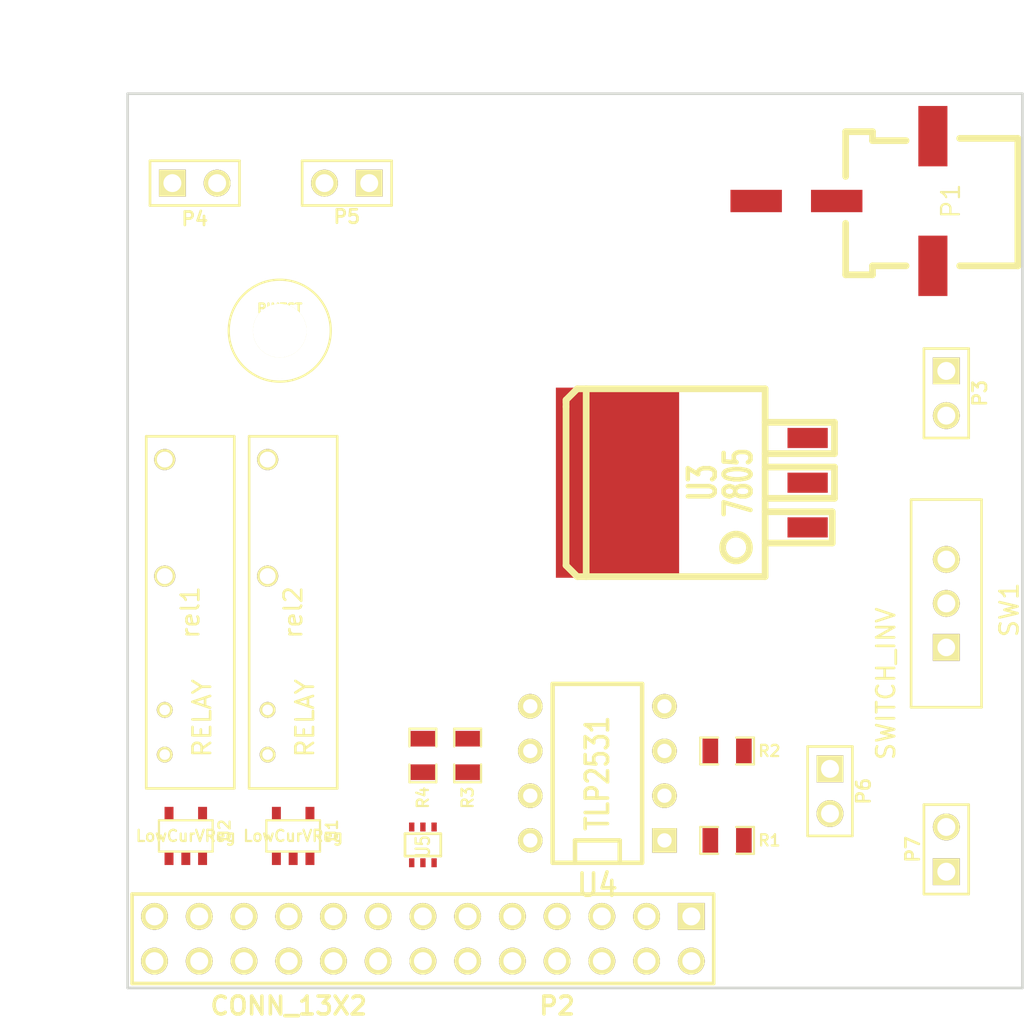
<source format=kicad_pcb>
(kicad_pcb (version 3) (host pcbnew "(2012-nov-02)-testing")

  (general
    (links 49)
    (no_connects 49)
    (area 94.752524 45.677001 152.590501 103.4796)
    (thickness 1.6)
    (drawings 6)
    (tracks 0)
    (zones 0)
    (modules 20)
    (nets 21)
  )

  (page USLetter)
  (title_block 
    (title "RPi GPIO")
    (rev 01)
    (company "I Heart Engineering")
    (comment 1 "Designed by Carlos Chinchilla")
  )

  (layers
    (15 F.Cu signal)
    (0 B.Cu signal)
    (16 B.Adhes user)
    (17 F.Adhes user)
    (18 B.Paste user)
    (19 F.Paste user)
    (20 B.SilkS user)
    (21 F.SilkS user)
    (22 B.Mask user)
    (23 F.Mask user)
    (24 Dwgs.User user)
    (25 Cmts.User user)
    (26 Eco1.User user)
    (27 Eco2.User user)
    (28 Edge.Cuts user)
  )

  (setup
    (last_trace_width 0.254)
    (trace_clearance 0.254)
    (zone_clearance 0.508)
    (zone_45_only no)
    (trace_min 0.254)
    (segment_width 0.2)
    (edge_width 0.15)
    (via_size 0.889)
    (via_drill 0.635)
    (via_min_size 0.889)
    (via_min_drill 0.508)
    (uvia_size 0.508)
    (uvia_drill 0.127)
    (uvias_allowed no)
    (uvia_min_size 0.508)
    (uvia_min_drill 0.127)
    (pcb_text_width 0.3)
    (pcb_text_size 1 1)
    (mod_edge_width 0.15)
    (mod_text_size 1 1)
    (mod_text_width 0.15)
    (pad_size 3.048 3.048)
    (pad_drill 3.048)
    (pad_to_mask_clearance 0)
    (aux_axis_origin 0 0)
    (visible_elements FFFFFFBF)
    (pcbplotparams
      (layerselection 3178497)
      (usegerberextensions true)
      (excludeedgelayer true)
      (linewidth 152400)
      (plotframeref false)
      (viasonmask false)
      (mode 1)
      (useauxorigin false)
      (hpglpennumber 1)
      (hpglpenspeed 20)
      (hpglpendiameter 15)
      (hpglpenoverlay 2)
      (psnegative false)
      (psa4output false)
      (plotreference true)
      (plotvalue true)
      (plotothertext true)
      (plotinvisibletext false)
      (padsonsilk false)
      (subtractmaskfromsilk false)
      (outputformat 1)
      (mirror false)
      (drillshape 1)
      (scaleselection 1)
      (outputdirectory ""))
  )

  (net 0 "")
  (net 1 /12V)
  (net 2 /3V3)
  (net 3 /5V-RPI)
  (net 4 /5V-Relay1)
  (net 5 /GPIO_18)
  (net 6 /GPIO_23)
  (net 7 /GPIO_24)
  (net 8 /GPIO_25)
  (net 9 /IN_18)
  (net 10 /IN_25)
  (net 11 /V_IN)
  (net 12 GND)
  (net 13 N-0000015)
  (net 14 N-0000016)
  (net 15 N-000003)
  (net 16 N-000004)
  (net 17 N-000005)
  (net 18 N-000006)
  (net 19 N-000007)
  (net 20 N-000008)

  (net_class Default "This is the default net class."
    (clearance 0.254)
    (trace_width 0.254)
    (via_dia 0.889)
    (via_drill 0.635)
    (uvia_dia 0.508)
    (uvia_drill 0.127)
    (add_net "")
    (add_net /12V)
    (add_net /3V3)
    (add_net /5V-RPI)
    (add_net /5V-Relay1)
    (add_net /GPIO_18)
    (add_net /GPIO_23)
    (add_net /GPIO_24)
    (add_net /GPIO_25)
    (add_net /IN_18)
    (add_net /IN_25)
    (add_net /V_IN)
    (add_net GND)
    (add_net N-0000015)
    (add_net N-0000016)
    (add_net N-000003)
    (add_net N-000004)
    (add_net N-000005)
    (add_net N-000006)
    (add_net N-000007)
    (add_net N-000008)
  )

  (module PINTST (layer F.Cu) (tedit 510999F6) (tstamp 510DE908)
    (at 110.236 64.262)
    (descr "module 1 pin (ou trou mecanique de percage)")
    (tags DEV)
    (fp_text reference PINTST (at 0 -1.26746) (layer F.SilkS)
      (effects (font (size 0.508 0.508) (thickness 0.127)))
    )
    (fp_text value Val* (at 0 1.27) (layer F.SilkS) hide
      (effects (font (size 0.508 0.508) (thickness 0.127)))
    )
    (fp_circle (center 0 0) (end -2.794 -0.762) (layer F.SilkS) (width 0.127))
    (pad "" np_thru_hole circle (at 0 0) (size 3.048 3.048) (drill 3.048)
      (layers *.Cu *.Mask F.SilkS)
    )
    (model pin_array/pin_array_1x1.wrl
      (at (xyz 0 0 0))
      (scale (xyz 1 1 1))
      (rotate (xyz 0 0 0))
    )
  )

  (module TO263 (layer F.Cu) (tedit 4FBE28C7) (tstamp 510A68FC)
    (at 140.208 72.898 90)
    (path /51096800)
    (attr smd)
    (fp_text reference U3 (at 0 -5.969 90) (layer F.SilkS)
      (effects (font (size 1.524 1.016) (thickness 0.254)))
    )
    (fp_text value 7805 (at 0 -3.937 90) (layer F.SilkS)
      (effects (font (size 1.524 1.016) (thickness 0.254)))
    )
    (fp_line (start 1.651 -2.413) (end 1.651 1.524) (layer F.SilkS) (width 0.381))
    (fp_line (start 1.651 1.524) (end 3.429 1.524) (layer F.SilkS) (width 0.381))
    (fp_line (start 3.429 1.524) (end 3.429 -2.413) (layer F.SilkS) (width 0.381))
    (fp_line (start -0.889 -2.413) (end -0.889 1.524) (layer F.SilkS) (width 0.381))
    (fp_line (start -0.889 1.524) (end 0.889 1.524) (layer F.SilkS) (width 0.381))
    (fp_line (start 0.889 1.524) (end 0.889 -2.413) (layer F.SilkS) (width 0.381))
    (fp_line (start -3.429 -2.413) (end -3.429 1.397) (layer F.SilkS) (width 0.381))
    (fp_line (start -3.429 1.397) (end -1.778 1.397) (layer F.SilkS) (width 0.381))
    (fp_line (start -1.778 1.397) (end -1.651 1.397) (layer F.SilkS) (width 0.381))
    (fp_line (start -1.651 1.397) (end -1.651 -2.413) (layer F.SilkS) (width 0.381))
    (fp_circle (center -3.683 -4.064) (end -3.683 -3.302) (layer F.SilkS) (width 0.381))
    (fp_line (start -5.334 -2.413) (end -5.334 -13.081) (layer F.SilkS) (width 0.381))
    (fp_line (start -5.334 -13.081) (end -4.699 -13.716) (layer F.SilkS) (width 0.381))
    (fp_line (start -4.699 -13.716) (end 4.318 -13.716) (layer F.SilkS) (width 0.381))
    (fp_line (start 4.318 -13.716) (end 4.572 -13.716) (layer F.SilkS) (width 0.381))
    (fp_line (start 4.572 -13.716) (end 4.699 -13.716) (layer F.SilkS) (width 0.381))
    (fp_line (start 4.699 -13.716) (end 5.334 -13.081) (layer F.SilkS) (width 0.381))
    (fp_line (start 5.334 -13.081) (end 5.334 -2.413) (layer F.SilkS) (width 0.381))
    (fp_line (start -5.334 -2.413) (end 5.334 -2.413) (layer F.SilkS) (width 0.381))
    (fp_line (start 5.334 -12.573) (end -5.334 -12.573) (layer F.SilkS) (width 0.381))
    (pad 1 smd rect (at -2.54 0 90) (size 1.143 2.286)
      (layers F.Cu F.Paste F.Mask)
      (net 1 /12V)
    )
    (pad 2 smd rect (at 0 -10.795 90) (size 10.80008 6.9977)
      (layers F.Cu F.Paste F.Mask)
      (net 12 GND)
    )
    (pad 3 smd rect (at 2.54 0 90) (size 1.143 2.286)
      (layers F.Cu F.Paste F.Mask)
      (net 3 /5V-RPI)
    )
    (pad 2 smd rect (at 0 0 90) (size 1.143 2.286)
      (layers F.Cu F.Paste F.Mask)
      (net 12 GND)
    )
  )

  (module SW_Slide_6x2mm (layer F.Cu) (tedit 4FD66BDF) (tstamp 510A6907)
    (at 148.082 79.756 90)
    (descr "Connecteur 3 pins")
    (tags "CONN DEV")
    (path /50F71423)
    (fp_text reference SW1 (at -0.36322 3.57378 90) (layer F.SilkS)
      (effects (font (size 1.016 1.016) (thickness 0.1524)))
    )
    (fp_text value SWITCH_INV (at -4.56438 -3.42646 90) (layer F.SilkS)
      (effects (font (size 1.016 1.016) (thickness 0.1524)))
    )
    (fp_line (start -5.89788 1.99898) (end -5.89788 -1.99898) (layer F.SilkS) (width 0.1524))
    (fp_line (start -5.89788 -1.99898) (end 5.89788 -1.99898) (layer F.SilkS) (width 0.1524))
    (fp_line (start 5.89788 -1.99898) (end 5.89788 1.99898) (layer F.SilkS) (width 0.1524))
    (fp_line (start 5.89788 1.99898) (end -5.89788 1.99898) (layer F.SilkS) (width 0.1524))
    (pad 1 thru_hole rect (at -2.49936 0 90) (size 1.524 1.524) (drill 0.99822)
      (layers *.Cu *.Mask F.SilkS)
      (net 12 GND)
    )
    (pad 2 thru_hole circle (at 0 0 90) (size 1.524 1.524) (drill 1.016)
      (layers *.Cu *.Mask F.SilkS)
      (net 1 /12V)
    )
    (pad 3 thru_hole circle (at 2.49936 0 90) (size 1.524 1.524) (drill 0.99822)
      (layers *.Cu *.Mask F.SilkS)
      (net 11 /V_IN)
    )
    (model pin_array/pins_array_3x1.wrl
      (at (xyz 0 0 0))
      (scale (xyz 1 1 1))
      (rotate (xyz 0 0 0))
    )
  )

  (module SOT363 (layer F.Cu) (tedit 510997E1) (tstamp 510A6915)
    (at 118.364 93.472 270)
    (descr SOT363)
    (path /51097D4E)
    (attr smd)
    (fp_text reference U5 (at 0.09906 0 270) (layer F.SilkS)
      (effects (font (size 0.762 0.635) (thickness 0.127)))
    )
    (fp_text value INVERTER-2CH (at 0.09906 0 360) (layer F.SilkS) hide
      (effects (font (size 0.762 0.635) (thickness 0.127)))
    )
    (fp_line (start 0.635 1.016) (end 0.635 -1.016) (layer F.SilkS) (width 0.1524))
    (fp_line (start 0.635 -1.016) (end -0.635 -1.016) (layer F.SilkS) (width 0.1524))
    (fp_line (start -0.635 -1.016) (end -0.635 1.016) (layer F.SilkS) (width 0.1524))
    (fp_line (start -0.635 1.016) (end 0.635 1.016) (layer F.SilkS) (width 0.1524))
    (pad 1 smd rect (at -1.016 -0.635 270) (size 0.508 0.3048)
      (layers F.Cu F.Paste F.Mask)
      (net 14 N-0000016)
    )
    (pad 3 smd rect (at -1.016 0.635 270) (size 0.508 0.3048)
      (layers F.Cu F.Paste F.Mask)
      (net 13 N-0000015)
    )
    (pad 5 smd rect (at 1.016 0 270) (size 0.508 0.3048)
      (layers F.Cu F.Paste F.Mask)
      (net 2 /3V3)
    )
    (pad 2 smd rect (at -1.016 0 270) (size 0.508 0.3048)
      (layers F.Cu F.Paste F.Mask)
      (net 12 GND)
    )
    (pad 4 smd rect (at 1.016 0.635 270) (size 0.508 0.3048)
      (layers F.Cu F.Paste F.Mask)
      (net 8 /GPIO_25)
    )
    (pad 6 smd rect (at 1.016 -0.635 270) (size 0.508 0.3048)
      (layers F.Cu F.Paste F.Mask)
      (net 5 /GPIO_18)
    )
    (model smd/SOT23_5.wrl
      (at (xyz 0 0 0))
      (scale (xyz 0.07000000000000001 0.09 0.08))
      (rotate (xyz 0 0 90))
    )
  )

  (module SOT23-5 (layer F.Cu) (tedit 4ECF78EF) (tstamp 510A6922)
    (at 104.902 92.964)
    (path /51096935)
    (attr smd)
    (fp_text reference U2 (at 2.19964 -0.29972 90) (layer F.SilkS)
      (effects (font (size 0.635 0.635) (thickness 0.127)))
    )
    (fp_text value LowCurVReg (at 0 0) (layer F.SilkS)
      (effects (font (size 0.635 0.635) (thickness 0.127)))
    )
    (fp_line (start 1.524 -0.889) (end 1.524 0.889) (layer F.SilkS) (width 0.127))
    (fp_line (start 1.524 0.889) (end -1.524 0.889) (layer F.SilkS) (width 0.127))
    (fp_line (start -1.524 0.889) (end -1.524 -0.889) (layer F.SilkS) (width 0.127))
    (fp_line (start -1.524 -0.889) (end 1.524 -0.889) (layer F.SilkS) (width 0.127))
    (pad 1 smd rect (at -0.9525 1.27) (size 0.508 0.762)
      (layers F.Cu F.Paste F.Mask)
      (net 1 /12V)
    )
    (pad 3 smd rect (at 0.9525 1.27) (size 0.508 0.762)
      (layers F.Cu F.Paste F.Mask)
      (net 7 /GPIO_24)
    )
    (pad 5 smd rect (at -0.9525 -1.27) (size 0.508 0.762)
      (layers F.Cu F.Paste F.Mask)
      (net 4 /5V-Relay1)
    )
    (pad 2 smd rect (at 0 1.27) (size 0.508 0.762)
      (layers F.Cu F.Paste F.Mask)
      (net 12 GND)
    )
    (pad 4 smd rect (at 0.9525 -1.27) (size 0.508 0.762)
      (layers F.Cu F.Paste F.Mask)
    )
    (model smd/SOT23_5.wrl
      (at (xyz 0 0 0))
      (scale (xyz 0.1 0.1 0.1))
      (rotate (xyz 0 0 0))
    )
  )

  (module SOT23-5 (layer F.Cu) (tedit 4ECF78EF) (tstamp 510A692F)
    (at 110.998 92.964)
    (path /50F73BFD)
    (attr smd)
    (fp_text reference U1 (at 2.19964 -0.29972 90) (layer F.SilkS)
      (effects (font (size 0.635 0.635) (thickness 0.127)))
    )
    (fp_text value LowCurVReg (at 0 0) (layer F.SilkS)
      (effects (font (size 0.635 0.635) (thickness 0.127)))
    )
    (fp_line (start 1.524 -0.889) (end 1.524 0.889) (layer F.SilkS) (width 0.127))
    (fp_line (start 1.524 0.889) (end -1.524 0.889) (layer F.SilkS) (width 0.127))
    (fp_line (start -1.524 0.889) (end -1.524 -0.889) (layer F.SilkS) (width 0.127))
    (fp_line (start -1.524 -0.889) (end 1.524 -0.889) (layer F.SilkS) (width 0.127))
    (pad 1 smd rect (at -0.9525 1.27) (size 0.508 0.762)
      (layers F.Cu F.Paste F.Mask)
      (net 1 /12V)
    )
    (pad 3 smd rect (at 0.9525 1.27) (size 0.508 0.762)
      (layers F.Cu F.Paste F.Mask)
      (net 6 /GPIO_23)
    )
    (pad 5 smd rect (at -0.9525 -1.27) (size 0.508 0.762)
      (layers F.Cu F.Paste F.Mask)
      (net 4 /5V-Relay1)
    )
    (pad 2 smd rect (at 0 1.27) (size 0.508 0.762)
      (layers F.Cu F.Paste F.Mask)
      (net 12 GND)
    )
    (pad 4 smd rect (at 0.9525 -1.27) (size 0.508 0.762)
      (layers F.Cu F.Paste F.Mask)
    )
    (model smd/SOT23_5.wrl
      (at (xyz 0 0 0))
      (scale (xyz 0.1 0.1 0.1))
      (rotate (xyz 0 0 0))
    )
  )

  (module SM0805_NonPol (layer F.Cu) (tedit 4FE1F6C9) (tstamp 510A693B)
    (at 118.364 88.392 90)
    (path /510975F8)
    (attr smd)
    (fp_text reference R4 (at -2.4003 0 90) (layer F.SilkS)
      (effects (font (size 0.635 0.635) (thickness 0.127)))
    )
    (fp_text value R (at 0 0.59944 90) (layer F.SilkS) hide
      (effects (font (size 0.635 0.635) (thickness 0.127)))
    )
    (fp_line (start -0.508 0.762) (end -1.524 0.762) (layer F.SilkS) (width 0.127))
    (fp_line (start -1.524 0.762) (end -1.524 -0.762) (layer F.SilkS) (width 0.127))
    (fp_line (start -1.524 -0.762) (end -0.508 -0.762) (layer F.SilkS) (width 0.127))
    (fp_line (start 0.508 -0.762) (end 1.524 -0.762) (layer F.SilkS) (width 0.127))
    (fp_line (start 1.524 -0.762) (end 1.524 0.762) (layer F.SilkS) (width 0.127))
    (fp_line (start 1.524 0.762) (end 0.508 0.762) (layer F.SilkS) (width 0.127))
    (pad 1 smd rect (at -0.9525 0 90) (size 0.889 1.397)
      (layers F.Cu F.Paste F.Mask)
      (net 13 N-0000015)
    )
    (pad 2 smd rect (at 0.9525 0 90) (size 0.889 1.397)
      (layers F.Cu F.Paste F.Mask)
      (net 2 /3V3)
    )
    (model smd/chip_cms.wrl
      (at (xyz 0 0 0))
      (scale (xyz 0.1 0.1 0.1))
      (rotate (xyz 0 0 0))
    )
  )

  (module SM0805_NonPol (layer F.Cu) (tedit 4FE1F6C9) (tstamp 510A6947)
    (at 120.904 88.392 90)
    (path /51097605)
    (attr smd)
    (fp_text reference R3 (at -2.4003 0 90) (layer F.SilkS)
      (effects (font (size 0.635 0.635) (thickness 0.127)))
    )
    (fp_text value R (at 0 0.59944 90) (layer F.SilkS) hide
      (effects (font (size 0.635 0.635) (thickness 0.127)))
    )
    (fp_line (start -0.508 0.762) (end -1.524 0.762) (layer F.SilkS) (width 0.127))
    (fp_line (start -1.524 0.762) (end -1.524 -0.762) (layer F.SilkS) (width 0.127))
    (fp_line (start -1.524 -0.762) (end -0.508 -0.762) (layer F.SilkS) (width 0.127))
    (fp_line (start 0.508 -0.762) (end 1.524 -0.762) (layer F.SilkS) (width 0.127))
    (fp_line (start 1.524 -0.762) (end 1.524 0.762) (layer F.SilkS) (width 0.127))
    (fp_line (start 1.524 0.762) (end 0.508 0.762) (layer F.SilkS) (width 0.127))
    (pad 1 smd rect (at -0.9525 0 90) (size 0.889 1.397)
      (layers F.Cu F.Paste F.Mask)
      (net 14 N-0000016)
    )
    (pad 2 smd rect (at 0.9525 0 90) (size 0.889 1.397)
      (layers F.Cu F.Paste F.Mask)
      (net 2 /3V3)
    )
    (model smd/chip_cms.wrl
      (at (xyz 0 0 0))
      (scale (xyz 0.1 0.1 0.1))
      (rotate (xyz 0 0 0))
    )
  )

  (module SM0805_NonPol (layer F.Cu) (tedit 4FE1F6C9) (tstamp 510A6953)
    (at 135.636 93.218 180)
    (path /51097A13)
    (attr smd)
    (fp_text reference R1 (at -2.4003 0 180) (layer F.SilkS)
      (effects (font (size 0.635 0.635) (thickness 0.127)))
    )
    (fp_text value 680 (at 0 0.59944 180) (layer F.SilkS) hide
      (effects (font (size 0.635 0.635) (thickness 0.127)))
    )
    (fp_line (start -0.508 0.762) (end -1.524 0.762) (layer F.SilkS) (width 0.127))
    (fp_line (start -1.524 0.762) (end -1.524 -0.762) (layer F.SilkS) (width 0.127))
    (fp_line (start -1.524 -0.762) (end -0.508 -0.762) (layer F.SilkS) (width 0.127))
    (fp_line (start 0.508 -0.762) (end 1.524 -0.762) (layer F.SilkS) (width 0.127))
    (fp_line (start 1.524 -0.762) (end 1.524 0.762) (layer F.SilkS) (width 0.127))
    (fp_line (start 1.524 0.762) (end 0.508 0.762) (layer F.SilkS) (width 0.127))
    (pad 1 smd rect (at -0.9525 0 180) (size 0.889 1.397)
      (layers F.Cu F.Paste F.Mask)
      (net 9 /IN_18)
    )
    (pad 2 smd rect (at 0.9525 0 180) (size 0.889 1.397)
      (layers F.Cu F.Paste F.Mask)
      (net 17 N-000005)
    )
    (model smd/chip_cms.wrl
      (at (xyz 0 0 0))
      (scale (xyz 0.1 0.1 0.1))
      (rotate (xyz 0 0 0))
    )
  )

  (module SM0805_NonPol (layer F.Cu) (tedit 4FE1F6C9) (tstamp 510A695F)
    (at 135.636 88.138 180)
    (path /51097A9C)
    (attr smd)
    (fp_text reference R2 (at -2.4003 0 180) (layer F.SilkS)
      (effects (font (size 0.635 0.635) (thickness 0.127)))
    )
    (fp_text value 680 (at 0 0.59944 180) (layer F.SilkS) hide
      (effects (font (size 0.635 0.635) (thickness 0.127)))
    )
    (fp_line (start -0.508 0.762) (end -1.524 0.762) (layer F.SilkS) (width 0.127))
    (fp_line (start -1.524 0.762) (end -1.524 -0.762) (layer F.SilkS) (width 0.127))
    (fp_line (start -1.524 -0.762) (end -0.508 -0.762) (layer F.SilkS) (width 0.127))
    (fp_line (start 0.508 -0.762) (end 1.524 -0.762) (layer F.SilkS) (width 0.127))
    (fp_line (start 1.524 -0.762) (end 1.524 0.762) (layer F.SilkS) (width 0.127))
    (fp_line (start 1.524 0.762) (end 0.508 0.762) (layer F.SilkS) (width 0.127))
    (pad 1 smd rect (at -0.9525 0 180) (size 0.889 1.397)
      (layers F.Cu F.Paste F.Mask)
      (net 10 /IN_25)
    )
    (pad 2 smd rect (at 0.9525 0 180) (size 0.889 1.397)
      (layers F.Cu F.Paste F.Mask)
      (net 18 N-000006)
    )
    (model smd/chip_cms.wrl
      (at (xyz 0 0 0))
      (scale (xyz 0.1 0.1 0.1))
      (rotate (xyz 0 0 0))
    )
  )

  (module Relay (layer F.Cu) (tedit 5109907E) (tstamp 510A696B)
    (at 105.156 80.264 90)
    (path /50F73F7C)
    (fp_text reference rel1 (at 0 0 90) (layer F.SilkS)
      (effects (font (size 1 1) (thickness 0.15)))
    )
    (fp_text value RELAY (at -6.01 0.67 90) (layer F.SilkS)
      (effects (font (size 1 1) (thickness 0.15)))
    )
    (fp_line (start -10 -2.5) (end -10 2.5) (layer F.SilkS) (width 0.15))
    (fp_line (start -10 2.5) (end 10 2.5) (layer F.SilkS) (width 0.15))
    (fp_line (start 10 2.5) (end 10 -2.5) (layer F.SilkS) (width 0.15))
    (fp_line (start 10 -2.5) (end -10 -2.5) (layer F.SilkS) (width 0.15))
    (pad 4 thru_hole circle (at 8.68 -1.45 90) (size 1.2 1.2) (drill 0.9)
      (layers *.Cu *.Mask F.SilkS)
      (net 20 N-000008)
    )
    (pad 3 thru_hole circle (at 2.06 -1.45 90) (size 1.2 1.2) (drill 0.9)
      (layers *.Cu *.Mask F.SilkS)
      (net 19 N-000007)
    )
    (pad 1 thru_hole circle (at -8.08 -1.45 90) (size 0.9 0.9) (drill 0.6)
      (layers *.Cu *.Mask F.SilkS)
      (net 4 /5V-Relay1)
    )
    (pad 2 thru_hole circle (at -5.54 -1.45 90) (size 0.9 0.9) (drill 0.6)
      (layers *.Cu *.Mask F.SilkS)
      (net 12 GND)
    )
  )

  (module Relay (layer F.Cu) (tedit 5109907E) (tstamp 510A6977)
    (at 110.998 80.264 90)
    (path /51096945)
    (fp_text reference rel2 (at 0 0 90) (layer F.SilkS)
      (effects (font (size 1 1) (thickness 0.15)))
    )
    (fp_text value RELAY (at -6.01 0.67 90) (layer F.SilkS)
      (effects (font (size 1 1) (thickness 0.15)))
    )
    (fp_line (start -10 -2.5) (end -10 2.5) (layer F.SilkS) (width 0.15))
    (fp_line (start -10 2.5) (end 10 2.5) (layer F.SilkS) (width 0.15))
    (fp_line (start 10 2.5) (end 10 -2.5) (layer F.SilkS) (width 0.15))
    (fp_line (start 10 -2.5) (end -10 -2.5) (layer F.SilkS) (width 0.15))
    (pad 4 thru_hole circle (at 8.68 -1.45 90) (size 1.2 1.2) (drill 0.9)
      (layers *.Cu *.Mask F.SilkS)
      (net 16 N-000004)
    )
    (pad 3 thru_hole circle (at 2.06 -1.45 90) (size 1.2 1.2) (drill 0.9)
      (layers *.Cu *.Mask F.SilkS)
      (net 15 N-000003)
    )
    (pad 1 thru_hole circle (at -8.08 -1.45 90) (size 0.9 0.9) (drill 0.6)
      (layers *.Cu *.Mask F.SilkS)
      (net 4 /5V-Relay1)
    )
    (pad 2 thru_hole circle (at -5.54 -1.45 90) (size 0.9 0.9) (drill 0.6)
      (layers *.Cu *.Mask F.SilkS)
      (net 12 GND)
    )
  )

  (module PIN_ARRAY_2X1 (layer F.Cu) (tedit 51099801) (tstamp 510A6981)
    (at 105.41 55.88)
    (descr "Connecteurs 2 pins")
    (tags "CONN DEV")
    (path /50F73F8B)
    (fp_text reference P4 (at 0 2.032) (layer F.SilkS)
      (effects (font (size 0.762 0.762) (thickness 0.1524)))
    )
    (fp_text value REL1 (at 0 -1.905) (layer F.SilkS) hide
      (effects (font (size 0.762 0.762) (thickness 0.1524)))
    )
    (fp_line (start -2.54 1.27) (end -2.54 -1.27) (layer F.SilkS) (width 0.1524))
    (fp_line (start -2.54 -1.27) (end 2.54 -1.27) (layer F.SilkS) (width 0.1524))
    (fp_line (start 2.54 -1.27) (end 2.54 1.27) (layer F.SilkS) (width 0.1524))
    (fp_line (start 2.54 1.27) (end -2.54 1.27) (layer F.SilkS) (width 0.1524))
    (pad 1 thru_hole rect (at -1.27 0) (size 1.524 1.524) (drill 1.016)
      (layers *.Cu *.Mask F.SilkS)
      (net 19 N-000007)
    )
    (pad 2 thru_hole circle (at 1.27 0) (size 1.524 1.524) (drill 1.016)
      (layers *.Cu *.Mask F.SilkS)
      (net 20 N-000008)
    )
    (model pin_array/pins_array_2x1.wrl
      (at (xyz 0 0 0))
      (scale (xyz 1 1 1))
      (rotate (xyz 0 0 0))
    )
  )

  (module PIN_ARRAY_2X1 (layer F.Cu) (tedit 4565C520) (tstamp 510A698B)
    (at 148.082 93.726 90)
    (descr "Connecteurs 2 pins")
    (tags "CONN DEV")
    (path /50F7406E)
    (fp_text reference P7 (at 0 -1.905 90) (layer F.SilkS)
      (effects (font (size 0.762 0.762) (thickness 0.1524)))
    )
    (fp_text value 5V (at 0 -1.905 90) (layer F.SilkS) hide
      (effects (font (size 0.762 0.762) (thickness 0.1524)))
    )
    (fp_line (start -2.54 1.27) (end -2.54 -1.27) (layer F.SilkS) (width 0.1524))
    (fp_line (start -2.54 -1.27) (end 2.54 -1.27) (layer F.SilkS) (width 0.1524))
    (fp_line (start 2.54 -1.27) (end 2.54 1.27) (layer F.SilkS) (width 0.1524))
    (fp_line (start 2.54 1.27) (end -2.54 1.27) (layer F.SilkS) (width 0.1524))
    (pad 1 thru_hole rect (at -1.27 0 90) (size 1.524 1.524) (drill 1.016)
      (layers *.Cu *.Mask F.SilkS)
      (net 3 /5V-RPI)
    )
    (pad 2 thru_hole circle (at 1.27 0 90) (size 1.524 1.524) (drill 1.016)
      (layers *.Cu *.Mask F.SilkS)
      (net 12 GND)
    )
    (model pin_array/pins_array_2x1.wrl
      (at (xyz 0 0 0))
      (scale (xyz 1 1 1))
      (rotate (xyz 0 0 0))
    )
  )

  (module PIN_ARRAY_2X1 (layer F.Cu) (tedit 4565C520) (tstamp 510A699F)
    (at 114.046 55.88 180)
    (descr "Connecteurs 2 pins")
    (tags "CONN DEV")
    (path /5109694B)
    (fp_text reference P5 (at 0 -1.905 180) (layer F.SilkS)
      (effects (font (size 0.762 0.762) (thickness 0.1524)))
    )
    (fp_text value REL2 (at 0 -1.905 180) (layer F.SilkS) hide
      (effects (font (size 0.762 0.762) (thickness 0.1524)))
    )
    (fp_line (start -2.54 1.27) (end -2.54 -1.27) (layer F.SilkS) (width 0.1524))
    (fp_line (start -2.54 -1.27) (end 2.54 -1.27) (layer F.SilkS) (width 0.1524))
    (fp_line (start 2.54 -1.27) (end 2.54 1.27) (layer F.SilkS) (width 0.1524))
    (fp_line (start 2.54 1.27) (end -2.54 1.27) (layer F.SilkS) (width 0.1524))
    (pad 1 thru_hole rect (at -1.27 0 180) (size 1.524 1.524) (drill 1.016)
      (layers *.Cu *.Mask F.SilkS)
      (net 15 N-000003)
    )
    (pad 2 thru_hole circle (at 1.27 0 180) (size 1.524 1.524) (drill 1.016)
      (layers *.Cu *.Mask F.SilkS)
      (net 16 N-000004)
    )
    (model pin_array/pins_array_2x1.wrl
      (at (xyz 0 0 0))
      (scale (xyz 1 1 1))
      (rotate (xyz 0 0 0))
    )
  )

  (module PIN_ARRAY_2X1 (layer F.Cu) (tedit 4565C520) (tstamp 510A69A9)
    (at 141.478 90.424 270)
    (descr "Connecteurs 2 pins")
    (tags "CONN DEV")
    (path /5109778F)
    (fp_text reference P6 (at 0 -1.905 270) (layer F.SilkS)
      (effects (font (size 0.762 0.762) (thickness 0.1524)))
    )
    (fp_text value INPUT (at 0 -1.905 270) (layer F.SilkS) hide
      (effects (font (size 0.762 0.762) (thickness 0.1524)))
    )
    (fp_line (start -2.54 1.27) (end -2.54 -1.27) (layer F.SilkS) (width 0.1524))
    (fp_line (start -2.54 -1.27) (end 2.54 -1.27) (layer F.SilkS) (width 0.1524))
    (fp_line (start 2.54 -1.27) (end 2.54 1.27) (layer F.SilkS) (width 0.1524))
    (fp_line (start 2.54 1.27) (end -2.54 1.27) (layer F.SilkS) (width 0.1524))
    (pad 1 thru_hole rect (at -1.27 0 270) (size 1.524 1.524) (drill 1.016)
      (layers *.Cu *.Mask F.SilkS)
      (net 10 /IN_25)
    )
    (pad 2 thru_hole circle (at 1.27 0 270) (size 1.524 1.524) (drill 1.016)
      (layers *.Cu *.Mask F.SilkS)
      (net 9 /IN_18)
    )
    (model pin_array/pins_array_2x1.wrl
      (at (xyz 0 0 0))
      (scale (xyz 1 1 1))
      (rotate (xyz 0 0 0))
    )
  )

  (module PIN_ARRAY_2X1 (layer F.Cu) (tedit 4565C520) (tstamp 510A69B3)
    (at 148.082 67.818 270)
    (descr "Connecteurs 2 pins")
    (tags "CONN DEV")
    (path /50F708DB)
    (fp_text reference P3 (at 0 -1.905 270) (layer F.SilkS)
      (effects (font (size 0.762 0.762) (thickness 0.1524)))
    )
    (fp_text value VIN (at 0 -1.905 270) (layer F.SilkS) hide
      (effects (font (size 0.762 0.762) (thickness 0.1524)))
    )
    (fp_line (start -2.54 1.27) (end -2.54 -1.27) (layer F.SilkS) (width 0.1524))
    (fp_line (start -2.54 -1.27) (end 2.54 -1.27) (layer F.SilkS) (width 0.1524))
    (fp_line (start 2.54 -1.27) (end 2.54 1.27) (layer F.SilkS) (width 0.1524))
    (fp_line (start 2.54 1.27) (end -2.54 1.27) (layer F.SilkS) (width 0.1524))
    (pad 1 thru_hole rect (at -1.27 0 270) (size 1.524 1.524) (drill 1.016)
      (layers *.Cu *.Mask F.SilkS)
      (net 11 /V_IN)
    )
    (pad 2 thru_hole circle (at 1.27 0 270) (size 1.524 1.524) (drill 1.016)
      (layers *.Cu *.Mask F.SilkS)
      (net 12 GND)
    )
    (model pin_array/pins_array_2x1.wrl
      (at (xyz 0 0 0))
      (scale (xyz 1 1 1))
      (rotate (xyz 0 0 0))
    )
  )

  (module pin_array_13x2 (layer F.Cu) (tedit 5031D825) (tstamp 510A69D5)
    (at 118.364 98.806 180)
    (descr "2 x 13 pins connector")
    (tags CONN)
    (path /50F6FFFF)
    (fp_text reference P2 (at -7.62 -3.81 180) (layer F.SilkS)
      (effects (font (size 1.016 1.016) (thickness 0.2032)))
    )
    (fp_text value CONN_13X2 (at 7.62 -3.81 180) (layer F.SilkS)
      (effects (font (size 1.016 1.016) (thickness 0.2032)))
    )
    (fp_line (start -16.51 2.54) (end 16.51 2.54) (layer F.SilkS) (width 0.2032))
    (fp_line (start 16.51 -2.54) (end -16.51 -2.54) (layer F.SilkS) (width 0.2032))
    (fp_line (start -16.51 -2.54) (end -16.51 2.54) (layer F.SilkS) (width 0.2032))
    (fp_line (start 16.51 2.54) (end 16.51 -2.54) (layer F.SilkS) (width 0.2032))
    (pad 1 thru_hole rect (at -15.24 1.27 180) (size 1.524 1.524) (drill 1.016)
      (layers *.Cu *.Mask F.SilkS)
      (net 2 /3V3)
    )
    (pad 2 thru_hole circle (at -15.24 -1.27 180) (size 1.524 1.524) (drill 1.016)
      (layers *.Cu *.Mask F.SilkS)
      (net 3 /5V-RPI)
    )
    (pad 3 thru_hole circle (at -12.7 1.27 180) (size 1.524 1.524) (drill 1.016)
      (layers *.Cu *.Mask F.SilkS)
    )
    (pad 4 thru_hole circle (at -12.7 -1.27 180) (size 1.524 1.524) (drill 1.016)
      (layers *.Cu *.Mask F.SilkS)
      (net 3 /5V-RPI)
    )
    (pad 5 thru_hole circle (at -10.16 1.27 180) (size 1.524 1.524) (drill 1.016)
      (layers *.Cu *.Mask F.SilkS)
    )
    (pad 6 thru_hole circle (at -10.16 -1.27 180) (size 1.524 1.524) (drill 1.016)
      (layers *.Cu *.Mask F.SilkS)
      (net 12 GND)
    )
    (pad 7 thru_hole circle (at -7.62 1.27 180) (size 1.524 1.524) (drill 1.016)
      (layers *.Cu *.Mask F.SilkS)
    )
    (pad 8 thru_hole circle (at -7.62 -1.27 180) (size 1.524 1.524) (drill 1.016)
      (layers *.Cu *.Mask F.SilkS)
    )
    (pad 9 thru_hole circle (at -5.08 1.27 180) (size 1.524 1.524) (drill 1.016)
      (layers *.Cu *.Mask F.SilkS)
      (net 12 GND)
    )
    (pad 10 thru_hole circle (at -5.08 -1.27 180) (size 1.524 1.524) (drill 1.016)
      (layers *.Cu *.Mask F.SilkS)
    )
    (pad 11 thru_hole circle (at -2.54 1.27 180) (size 1.524 1.524) (drill 1.016)
      (layers *.Cu *.Mask F.SilkS)
    )
    (pad 12 thru_hole circle (at -2.54 -1.27 180) (size 1.524 1.524) (drill 1.016)
      (layers *.Cu *.Mask F.SilkS)
      (net 5 /GPIO_18)
    )
    (pad 13 thru_hole circle (at 0 1.27 180) (size 1.524 1.524) (drill 1.016)
      (layers *.Cu *.Mask F.SilkS)
    )
    (pad 14 thru_hole circle (at 0 -1.27 180) (size 1.524 1.524) (drill 1.016)
      (layers *.Cu *.Mask F.SilkS)
      (net 12 GND)
    )
    (pad 15 thru_hole circle (at 2.54 1.27 180) (size 1.524 1.524) (drill 1.016)
      (layers *.Cu *.Mask F.SilkS)
    )
    (pad 16 thru_hole circle (at 2.54 -1.27 180) (size 1.524 1.524) (drill 1.016)
      (layers *.Cu *.Mask F.SilkS)
      (net 6 /GPIO_23)
    )
    (pad 17 thru_hole circle (at 5.08 1.27 180) (size 1.524 1.524) (drill 1.016)
      (layers *.Cu *.Mask F.SilkS)
    )
    (pad 18 thru_hole circle (at 5.08 -1.27 180) (size 1.524 1.524) (drill 1.016)
      (layers *.Cu *.Mask F.SilkS)
      (net 7 /GPIO_24)
    )
    (pad 19 thru_hole circle (at 7.62 1.27 180) (size 1.524 1.524) (drill 1.016)
      (layers *.Cu *.Mask F.SilkS)
    )
    (pad 20 thru_hole circle (at 7.62 -1.27 180) (size 1.524 1.524) (drill 1.016)
      (layers *.Cu *.Mask F.SilkS)
      (net 12 GND)
    )
    (pad 21 thru_hole circle (at 10.16 1.27 180) (size 1.524 1.524) (drill 1.016)
      (layers *.Cu *.Mask F.SilkS)
    )
    (pad 22 thru_hole circle (at 10.16 -1.27 180) (size 1.524 1.524) (drill 1.016)
      (layers *.Cu *.Mask F.SilkS)
      (net 8 /GPIO_25)
    )
    (pad 23 thru_hole circle (at 12.7 1.27 180) (size 1.524 1.524) (drill 1.016)
      (layers *.Cu *.Mask F.SilkS)
    )
    (pad 24 thru_hole circle (at 12.7 -1.27 180) (size 1.524 1.524) (drill 1.016)
      (layers *.Cu *.Mask F.SilkS)
    )
    (pad 25 thru_hole circle (at 15.24 1.27 180) (size 1.524 1.524) (drill 1.016)
      (layers *.Cu *.Mask F.SilkS)
      (net 12 GND)
    )
    (pad 26 thru_hole circle (at 15.24 -1.27 180) (size 1.524 1.524) (drill 1.016)
      (layers *.Cu *.Mask F.SilkS)
    )
    (model pin_array/pins_array_13x2.wrl
      (at (xyz 0 0 0))
      (scale (xyz 1 1 1))
      (rotate (xyz 0 0 0))
    )
  )

  (module DIP-8__300 (layer F.Cu) (tedit 43A7F843) (tstamp 510A69E8)
    (at 128.27 89.408 90)
    (descr "8 pins DIL package, round pads")
    (tags DIL)
    (path /510974CE)
    (fp_text reference U4 (at -6.35 0 180) (layer F.SilkS)
      (effects (font (size 1.27 1.143) (thickness 0.2032)))
    )
    (fp_text value TLP2531 (at 0 0 90) (layer F.SilkS)
      (effects (font (size 1.27 1.016) (thickness 0.2032)))
    )
    (fp_line (start -5.08 -1.27) (end -3.81 -1.27) (layer F.SilkS) (width 0.254))
    (fp_line (start -3.81 -1.27) (end -3.81 1.27) (layer F.SilkS) (width 0.254))
    (fp_line (start -3.81 1.27) (end -5.08 1.27) (layer F.SilkS) (width 0.254))
    (fp_line (start -5.08 -2.54) (end 5.08 -2.54) (layer F.SilkS) (width 0.254))
    (fp_line (start 5.08 -2.54) (end 5.08 2.54) (layer F.SilkS) (width 0.254))
    (fp_line (start 5.08 2.54) (end -5.08 2.54) (layer F.SilkS) (width 0.254))
    (fp_line (start -5.08 2.54) (end -5.08 -2.54) (layer F.SilkS) (width 0.254))
    (pad 1 thru_hole rect (at -3.81 3.81 90) (size 1.397 1.397) (drill 0.8128)
      (layers *.Cu *.Mask F.SilkS)
      (net 17 N-000005)
    )
    (pad 2 thru_hole circle (at -1.27 3.81 90) (size 1.397 1.397) (drill 0.8128)
      (layers *.Cu *.Mask F.SilkS)
      (net 12 GND)
    )
    (pad 3 thru_hole circle (at 1.27 3.81 90) (size 1.397 1.397) (drill 0.8128)
      (layers *.Cu *.Mask F.SilkS)
      (net 18 N-000006)
    )
    (pad 4 thru_hole circle (at 3.81 3.81 90) (size 1.397 1.397) (drill 0.8128)
      (layers *.Cu *.Mask F.SilkS)
      (net 12 GND)
    )
    (pad 5 thru_hole circle (at 3.81 -3.81 90) (size 1.397 1.397) (drill 0.8128)
      (layers *.Cu *.Mask F.SilkS)
      (net 12 GND)
    )
    (pad 6 thru_hole circle (at 1.27 -3.81 90) (size 1.397 1.397) (drill 0.8128)
      (layers *.Cu *.Mask F.SilkS)
      (net 13 N-0000015)
    )
    (pad 7 thru_hole circle (at -1.27 -3.81 90) (size 1.397 1.397) (drill 0.8128)
      (layers *.Cu *.Mask F.SilkS)
      (net 14 N-0000016)
    )
    (pad 8 thru_hole circle (at -3.81 -3.81 90) (size 1.397 1.397) (drill 0.8128)
      (layers *.Cu *.Mask F.SilkS)
      (net 2 /3V3)
    )
    (model dil/dil_8.wrl
      (at (xyz 0 0 0))
      (scale (xyz 1 1 1))
      (rotate (xyz 0 0 0))
    )
  )

  (module "SMD Microfit 2pin" (layer F.Cu) (tedit 4F153EB4) (tstamp 510A6995)
    (at 147.32 56.896 270)
    (tags "SMD Microfit 2pin")
    (path /50F708FB)
    (attr smd)
    (fp_text reference P1 (at 0 -1.016 270) (layer F.SilkS)
      (effects (font (size 1.016 1.016) (thickness 0.127)))
    )
    (fp_text value VIN (at 0 0.762 270) (layer F.SilkS) hide
      (effects (font (size 1.016 1.016) (thickness 0.127)))
    )
    (fp_text user "" (at 2.54 10.033 270) (layer F.SilkS)
      (effects (font (size 1.524 1.524) (thickness 0.3048)))
    )
    (fp_text user "" (at 2.54 6.477 270) (layer F.SilkS)
      (effects (font (size 1.524 1.524) (thickness 0.3048)))
    )
    (fp_line (start 1.27 4.953) (end 4.191 4.953) (layer F.SilkS) (width 0.381))
    (fp_line (start 4.191 4.953) (end 4.191 3.429) (layer F.SilkS) (width 0.381))
    (fp_line (start 4.191 3.429) (end 3.683 3.429) (layer F.SilkS) (width 0.381))
    (fp_line (start 3.683 3.429) (end 3.683 1.524) (layer F.SilkS) (width 0.381))
    (fp_line (start -3.429 3.429) (end -3.429 1.524) (layer F.SilkS) (width 0.381))
    (fp_line (start -3.429 3.429) (end -3.937 3.429) (layer F.SilkS) (width 0.381))
    (fp_line (start -3.937 3.429) (end -3.937 4.953) (layer F.SilkS) (width 0.381))
    (fp_line (start -3.937 4.953) (end -1.397 4.953) (layer F.SilkS) (width 0.381))
    (fp_line (start -3.556 -1.524) (end -3.556 -4.826) (layer F.SilkS) (width 0.381))
    (fp_line (start -3.556 -4.826) (end 3.683 -4.826) (layer F.SilkS) (width 0.381))
    (fp_line (start 3.683 -4.826) (end 3.683 -1.524) (layer F.SilkS) (width 0.381))
    (pad 1 smd rect (at 0 5.461 270) (size 1.27 2.921)
      (layers F.Cu F.Paste F.Mask)
      (net 11 /V_IN)
    )
    (pad 2 smd rect (at 0 10.033 270) (size 1.27 2.921)
      (layers F.Cu F.Paste F.Mask)
      (net 12 GND)
    )
    (pad "" smd rect (at -3.683 0 270) (size 3.429 1.651)
      (layers F.Cu F.Paste F.Mask)
    )
    (pad "" smd rect (at 3.683 0 270) (size 3.429 1.651)
      (layers F.Cu F.Paste F.Mask)
    )
    (model smd/conn20_smd.wrl
      (at (xyz 0 0 0))
      (scale (xyz 0.4 0.4 0.4))
      (rotate (xyz 0 0 0))
    )
  )

  (dimension 35.814 (width 0.25) (layer Dwgs.User)
    (gr_text "1.4100 in" (at 98.568 82.169 90) (layer Dwgs.User)
      (effects (font (size 1 1) (thickness 0.25)))
    )
    (feature1 (pts (xy 115.824 64.262) (xy 97.568 64.262)))
    (feature2 (pts (xy 115.824 100.076) (xy 97.568 100.076)))
    (crossbar (pts (xy 99.568 100.076) (xy 99.568 64.262)))
    (arrow1a (pts (xy 99.568 64.262) (xy 100.15442 65.388503)))
    (arrow1b (pts (xy 99.568 64.262) (xy 98.98158 65.388503)))
    (arrow2a (pts (xy 99.568 100.076) (xy 100.15442 98.949497)))
    (arrow2b (pts (xy 99.568 100.076) (xy 98.98158 98.949497)))
  )
  (dimension 7.112 (width 0.25) (layer Dwgs.User)
    (gr_text "0.2800 in" (at 106.680002 46.752001) (layer Dwgs.User)
      (effects (font (size 1 1) (thickness 0.25)))
    )
    (feature1 (pts (xy 110.236 100.076) (xy 110.236002 45.752001)))
    (feature2 (pts (xy 103.124 100.076) (xy 103.124002 45.752001)))
    (crossbar (pts (xy 103.124002 47.752001) (xy 110.236002 47.752001)))
    (arrow1a (pts (xy 110.236002 47.752001) (xy 109.109499 48.338421)))
    (arrow1b (pts (xy 110.236002 47.752001) (xy 109.109499 47.165581)))
    (arrow2a (pts (xy 103.124002 47.752001) (xy 104.250505 48.338421)))
    (arrow2b (pts (xy 103.124002 47.752001) (xy 104.250505 47.165581)))
  )
  (gr_line (start 101.6 50.8) (end 101.6 101.6) (angle 90) (layer Edge.Cuts) (width 0.15))
  (gr_line (start 152.4 50.8) (end 101.6 50.8) (angle 90) (layer Edge.Cuts) (width 0.15))
  (gr_line (start 152.4 101.6) (end 152.4 50.8) (angle 90) (layer Edge.Cuts) (width 0.15))
  (gr_line (start 101.6 101.6) (end 152.4 101.6) (angle 90) (layer Edge.Cuts) (width 0.15))

  (zone (net 12) (net_name GND) (layer F.Cu) (tstamp 510A6AF5) (hatch edge 0.508)
    (connect_pads yes (clearance 0.508))
    (min_thickness 0.254)
    (fill (arc_segments 16) (thermal_gap 5.08) (thermal_bridge_width 5.08))
    (polygon
      (pts
        (xy 101.854 51.054) (xy 152.146 51.054) (xy 152.146 101.346) (xy 101.854 101.346)
      )
    )
  )
  (zone (net 12) (net_name GND) (layer B.Cu) (tstamp 510A6AF6) (hatch edge 0.508)
    (connect_pads yes (clearance 0.508))
    (min_thickness 0.254)
    (fill (arc_segments 16) (thermal_gap 5.08) (thermal_bridge_width 5.08))
    (polygon
      (pts
        (xy 101.854 101.346) (xy 101.854 51.054) (xy 152.146 51.054) (xy 152.146 101.346)
      )
    )
  )
)

</source>
